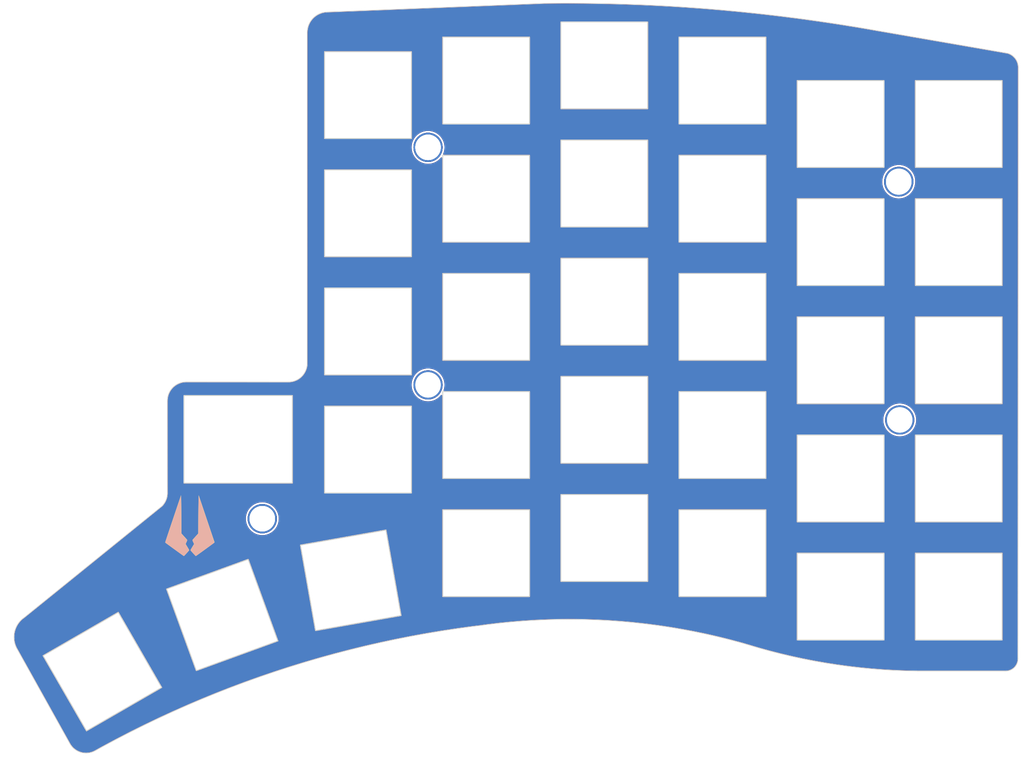
<source format=kicad_pcb>
(kicad_pcb (version 20221018) (generator pcbnew)
  (layers (0 "F.Cu" signal) (31 "B.Cu" signal) (34 "B.Paste" user) (35 "F.Paste" user) (36 "B.SilkS" user "B.Silkscreen") (37 "F.SilkS" user "F.Silkscreen") (38 "B.Mask" user) (39 "F.Mask" user) (44 "Edge.Cuts" user))
  (net 0 "")
  (footprint "" (layer "F.Cu") (at 99.242768 116.567265)
    (fp_text reference "" (at 0 0) (layer "F.SilkS") (effects (font (size 1.27 1.27))))
    (fp_text value "" (at 0 0) (layer "F.SilkS") (effects (font (size 1.27 1.27))))
    (pad "" thru_hole circle (at 0 0 180) (size 4.7 4.7) (drill 4.1) (layers "*.Cu" "*.Mask" "Dwgs.User") (clearance 0.3))
  )
  (footprint "SofleKeyboard-footprint:HOLE_M2_TH" (layer "F.Cu") (at 125.942768 56.767265)
    (fp_text reference "TH3" hide)
    (fp_text value "HOLE" hide)
    (pad "" thru_hole circle (at 0.025 -0.075 90) (size 4.7 4.7) (drill 4.1) (layers "*.Cu" "*.Mask" "Dwgs.User") (clearance 0.3))
  )
  (footprint "SofleKeyboard-footprint:HOLE_M2_TH" (layer "F.Cu") (at 202.192768 100.667265)
    (fp_text reference "TH6" hide)
    (fp_text value "HOLE" hide)
    (pad "" thru_hole circle (at -0.175 -0.025 90) (size 4.7 4.7) (drill 4.1) (layers "*.Cu" "*.Mask" "Dwgs.User") (clearance 0.3))
  )
  (footprint "" (layer "F.Cu") (at 125.967768 56.692265)
    (fp_text reference "" (at 0 0) (layer "F.SilkS") (effects (font (size 1.27 1.27))))
    (fp_text value "" (at 0 0) (layer "F.SilkS") (effects (font (size 1.27 1.27))))
    (pad "" thru_hole circle (at 0 0 90) (size 4.7 4.7) (drill 4.1) (layers "*.Cu" "*.Mask" "Dwgs.User") (clearance 0.3))
  )
  (footprint "LOGO" (layer "F.Cu") (at 87.565825 117.666597)
    (fp_text reference "G***" hide)
    (fp_text value "LOGO" hide)
    (fp_poly (pts (xy 2.695122 -1.12) (xy 2.873663 -0.590748) (xy 3.04505 -0.082729) (xy 3.207545 0.398902) (xy 3.359408 0.848993) (xy 3.498902 1.262391) (xy 3.624286 1.633942) (xy 3.733823 1.958493) (xy 3.825771 2.230892) (xy 3.898394 2.445984) (xy 3.949951 2.598618) (xy 3.978703 2.683639) (xy 3.984266 2.7) (xy 3.955038 2.728006) (xy 3.86858 2.797039) (xy 3.732626 2.901438) (xy 3.55491 3.035543) (xy 3.343166 3.193693) (xy 3.105129 3.370229) (xy 2.848533 3.55949) (xy 2.581112 3.755817) (xy 2.3106 3.953549) (xy 2.044732 4.147025) (xy 1.791241 4.330587) (xy 1.557863 4.498573) (xy 1.352331 4.645323) (xy 1.182379 4.765179) (xy 1.055742 4.852478) (xy 0.980154 4.901561) (xy 0.964918 4.909648) (xy 0.930936 4.884919) (xy 0.853397 4.810366) (xy 0.742001 4.695861) (xy 0.606449 4.551276) (xy 0.52 4.456881) (xy 0.376085 4.296775) (xy 0.253418 4.157148) (xy 0.16121 4.048736) (xy 0.108669 3.982278) (xy 0.1 3.967232) (xy 0.119588 3.924927) (xy 0.173385 3.827395) (xy 0.253937 3.687704) (xy 0.353792 3.518924) (xy 0.391653 3.455843) (xy 0.683306 2.971686) (xy 0.540907 2.659214) (xy 0.472887 2.507418) (xy 0.435367 2.409951) (xy 0.425177 2.348575) (xy 0.439149 2.30505) (xy 0.472138 2.263371) (xy 0.52432 2.204797) (xy 0.618472 2.0996) (xy 0.743065 1.960643) (xy 0.886573 1.800785) (xy 0.952883 1.726979) (xy 1.36 1.273959) (xy 1.365689 -0.613021) (xy 1.367501 -1.050653) (xy 1.370296 -1.510799) (xy 1.373917 -1.977428) (xy 1.378208 -2.43451) (xy 1.383014 -2.866015) (xy 1.388179 -3.255913) (xy 1.393547 -3.588172) (xy 1.395689 -3.7) (xy 1.42 -4.9)) (fill solid) (layer "F.SilkS"))
    (fp_poly (pts (xy -1.39569 -3.7) (xy -1.390286 -3.39498) (xy -1.385023 -3.025984) (xy -1.380058 -2.609034) (xy -1.375545 -2.160155) (xy -1.371641 -1.69537) (xy -1.368501 -1.230703) (xy -1.366281 -0.782176) (xy -1.36569 -0.612309) (xy -1.36 1.275383) (xy -0.95 1.72892) (xy -0.801352 1.893641) (xy -0.666939 2.043119) (xy -0.558199 2.164595) (xy -0.486569 2.245313) (xy -0.469438 2.264999) (xy -0.437017 2.308721) (xy -0.425705 2.354092) (xy -0.438817 2.41936) (xy -0.479665 2.522774) (xy -0.541091 2.659614) (xy -0.683307 2.971686) (xy -0.391654 3.455843) (xy -0.286836 3.631674) (xy -0.19873 3.782957) (xy -0.134788 3.896624) (xy -0.102465 3.959606) (xy -0.1 3.967232) (xy -0.125333 4.004719) (xy -0.19389 4.087708) (xy -0.294508 4.203875) (xy -0.416024 4.340897) (xy -0.547277 4.486449) (xy -0.677103 4.628208) (xy -0.794339 4.75385) (xy -0.887824 4.851052) (xy -0.946394 4.907489) (xy -0.96 4.916685) (xy -0.995552 4.893435) (xy -1.089258 4.827976) (xy -1.234495 4.725044) (xy -1.424637 4.589373) (xy -1.65306 4.425698) (xy -1.91314 4.238755) (xy -2.198253 4.033277) (xy -2.42 3.873128) (xy -2.72155 3.655169) (xy -3.004705 3.450535) (xy -3.262537 3.264228) (xy -3.48812 3.101255) (xy -3.674525 2.966619) (xy -3.814826 2.865324) (xy -3.902095 2.802376) (xy -3.927968 2.783773) (xy -3.937486 2.771073) (xy -3.941547 2.746884) (xy -3.938779 2.706856) (xy -3.92781 2.646639) (xy -3.907266 2.561885) (xy -3.875776 2.448244) (xy -3.831967 2.301367) (xy -3.774466 2.116904) (xy -3.701901 1.890505) (xy -3.612899 1.617823) (xy -3.506089 1.294506) (xy -3.380096 0.916206) (xy -3.23355 0.478573) (xy -3.065077 -0.022742) (xy -2.873305 -0.592088) (xy -2.707968 -1.082343) (xy -1.42 -4.9)) (fill solid) (layer "F.SilkS"))
  )
  (footprint "" (layer "F.Cu") (at 99.242768 116.567265)
    (fp_text reference "" (at 0 0) (layer "F.SilkS") (effects (font (size 1.27 1.27))))
    (fp_text value "" (at 0 0) (layer "F.SilkS") (effects (font (size 1.27 1.27))))
    (pad "" thru_hole circle (at 0 0 180) (size 4.7 4.7) (drill 4.1) (layers "*.Cu" "*.Mask" "Dwgs.User") (clearance 0.3))
  )
  (footprint "SofleKeyboard-footprint:HOLE_M2_TH" (layer "F.Cu") (at 99.242768 116.567265 90)
    (fp_text reference "TH7" hide)
    (fp_text value "HOLE" hide)
    (pad "" thru_hole circle (at 0 0 180) (size 4.7 4.7) (drill 4.1) (layers "*.Cu" "*.Mask" "Dwgs.User") (clearance 0.3))
  )
  (footprint "" (layer "F.Cu") (at 125.967768 94.992265)
    (fp_text reference "" (at 0 0) (layer "F.SilkS") (effects (font (size 1.27 1.27))))
    (fp_text value "" (at 0 0) (layer "F.SilkS") (effects (font (size 1.27 1.27))))
    (pad "" thru_hole circle (at 0 0 90) (size 4.7 4.7) (drill 4.1) (layers "*.Cu" "*.Mask" "Dwgs.User") (clearance 0.3))
  )
  (footprint "SofleKeyboard-footprint:HOLE_M2_TH" (layer "F.Cu") (at 125.942768 56.767265)
    (fp_text reference "TH3" hide)
    (fp_text value "HOLE" hide)
    (pad "" thru_hole circle (at 0.025 -0.075 90) (size 4.7 4.7) (drill 4.1) (layers "*.Cu" "*.Mask" "Dwgs.User") (clearance 0.3))
  )
  (footprint "" (layer "F.Cu") (at 201.866904 62.179465)
    (fp_text reference "" (at 0 0) (layer "F.SilkS") (effects (font (size 1.27 1.27))))
    (fp_text value "" (at 0 0) (layer "F.SilkS") (effects (font (size 1.27 1.27))))
    (pad "" thru_hole circle (at 0 0 90) (size 4.7 4.7) (drill 4.1) (layers "*.Cu" "*.Mask" "Dwgs.User") (clearance 0.3))
  )
  (footprint "SofleKeyboard-footprint:HOLE_M2_TH" (layer "F.Cu") (at 202.078077 62.552855)
    (fp_text reference "TH4" hide)
    (fp_text value "HOLE" hide)
    (pad "" thru_hole circle (at -0.225 -0.275 90) (size 4.7 4.7) (drill 4.1) (layers "*.Cu" "*.Mask" "Dwgs.User") (clearance 0.3))
  )
  (footprint "SofleKeyboard-footprint:HOLE_M2_TH" (layer "F.Cu") (at 202.091904 62.454465)
    (fp_text reference "TH4" hide)
    (fp_text value "HOLE" hide)
    (pad "" thru_hole circle (at -0.225 -0.275 90) (size 4.7 4.7) (drill 4.1) (layers "*.Cu" "*.Mask" "Dwgs.User") (clearance 0.3))
  )
  (footprint "SofleKeyboard-footprint:HOLE_M2_TH" (layer "F.Cu") (at 125.992768 95.067265)
    (fp_text reference "TH5" hide)
    (fp_text value "HOLE" hide)
    (pad "" thru_hole circle (at -0.025 -0.075 90) (size 4.7 4.7) (drill 4.1) (layers "*.Cu" "*.Mask" "Dwgs.User") (clearance 0.3))
  )
  (footprint "SofleKeyboard-footprint:HOLE_M2_TH" (layer "F.Cu") (at 99.242768 116.567265 90)
    (fp_text reference "TH7" hide)
    (fp_text value "HOLE" hide)
    (pad "" thru_hole circle (at 0 0 180) (size 4.7 4.7) (drill 4.1) (layers "*.Cu" "*.Mask" "Dwgs.User") (clearance 0.3))
  )
  (footprint "" (layer "F.Cu") (at 202.017768 100.642265)
    (fp_text reference "" (at 0 0) (layer "F.SilkS") (effects (font (size 1.27 1.27))))
    (fp_text value "" (at 0 0) (layer "F.SilkS") (effects (font (size 1.27 1.27))))
    (pad "" thru_hole circle (at 0 0 90) (size 4.7 4.7) (drill 4.1) (layers "*.Cu" "*.Mask" "Dwgs.User") (clearance 0.3))
  )
  (footprint "" (layer "F.Cu") (at 201.853077 62.277855)
    (fp_text reference "" (at 0 0) (layer "F.SilkS") (effects (font (size 1.27 1.27))))
    (fp_text value "" (at 0 0) (layer "F.SilkS") (effects (font (size 1.27 1.27))))
    (pad "" thru_hole circle (at 0 0 90) (size 4.7 4.7) (drill 4.1) (layers "*.Cu" "*.Mask" "Dwgs.User") (clearance 0.3))
  )
  (footprint "" (layer "F.Cu") (at 125.967768 56.692265)
    (fp_text reference "" (at 0 0) (layer "F.SilkS") (effects (font (size 1.27 1.27))))
    (fp_text value "" (at 0 0) (layer "F.SilkS") (effects (font (size 1.27 1.27))))
    (pad "" thru_hole circle (at 0 0 90) (size 4.7 4.7) (drill 4.1) (layers "*.Cu" "*.Mask" "Dwgs.User") (clearance 0.3))
  )
  (footprint "LOGO" (layer "B.Cu") (at 87.558212 117.682668 180)
    (fp_text reference "G***" hide)
    (fp_text value "LOGO" hide)
    (fp_poly (pts (xy 2.695122 1.12) (xy 2.873663 0.590748) (xy 3.04505 0.082729) (xy 3.207545 -0.398902) (xy 3.359408 -0.848993) (xy 3.498902 -1.262391) (xy 3.624286 -1.633942) (xy 3.733823 -1.958493) (xy 3.825771 -2.230892) (xy 3.898394 -2.445984) (xy 3.949951 -2.598618) (xy 3.978703 -2.683639) (xy 3.984266 -2.7) (xy 3.955038 -2.728006) (xy 3.86858 -2.797039) (xy 3.732626 -2.901438) (xy 3.55491 -3.035543) (xy 3.343166 -3.193693) (xy 3.105129 -3.370229) (xy 2.848533 -3.55949) (xy 2.581112 -3.755817) (xy 2.3106 -3.953549) (xy 2.044732 -4.147025) (xy 1.791241 -4.330587) (xy 1.557863 -4.498573) (xy 1.352331 -4.645323) (xy 1.182379 -4.765179) (xy 1.055742 -4.852478) (xy 0.980154 -4.901561) (xy 0.964918 -4.909648) (xy 0.930936 -4.884919) (xy 0.853397 -4.810366) (xy 0.742001 -4.695861) (xy 0.606449 -4.551276) (xy 0.52 -4.456881) (xy 0.376085 -4.296775) (xy 0.253418 -4.157148) (xy 0.16121 -4.048736) (xy 0.108669 -3.982278) (xy 0.1 -3.967232) (xy 0.119588 -3.924927) (xy 0.173385 -3.827395) (xy 0.253937 -3.687704) (xy 0.353792 -3.518924) (xy 0.391653 -3.455843) (xy 0.683306 -2.971686) (xy 0.540907 -2.659214) (xy 0.472887 -2.507418) (xy 0.435367 -2.409951) (xy 0.425177 -2.348575) (xy 0.439149 -2.30505) (xy 0.472138 -2.263371) (xy 0.52432 -2.204797) (xy 0.618472 -2.0996) (xy 0.743065 -1.960643) (xy 0.886573 -1.800785) (xy 0.952883 -1.726979) (xy 1.36 -1.273959) (xy 1.365689 0.613021) (xy 1.367501 1.050653) (xy 1.370296 1.510799) (xy 1.373917 1.977428) (xy 1.378208 2.43451) (xy 1.383014 2.866015) (xy 1.388179 3.255913) (xy 1.393547 3.588172) (xy 1.395689 3.7) (xy 1.42 4.9)) (fill solid) (layer "B.SilkS"))
    (fp_poly (pts (xy -1.39569 3.7) (xy -1.390286 3.39498) (xy -1.385023 3.025984) (xy -1.380058 2.609034) (xy -1.375545 2.160155) (xy -1.371641 1.69537) (xy -1.368501 1.230703) (xy -1.366281 0.782176) (xy -1.36569 0.612309) (xy -1.36 -1.275383) (xy -0.95 -1.72892) (xy -0.801352 -1.893641) (xy -0.666939 -2.043119) (xy -0.558199 -2.164595) (xy -0.486569 -2.245313) (xy -0.469438 -2.264999) (xy -0.437017 -2.308721) (xy -0.425705 -2.354092) (xy -0.438817 -2.41936) (xy -0.479665 -2.522774) (xy -0.541091 -2.659614) (xy -0.683307 -2.971686) (xy -0.391654 -3.455843) (xy -0.286836 -3.631674) (xy -0.19873 -3.782957) (xy -0.134788 -3.896624) (xy -0.102465 -3.959606) (xy -0.1 -3.967232) (xy -0.125333 -4.004719) (xy -0.19389 -4.087708) (xy -0.294508 -4.203875) (xy -0.416024 -4.340897) (xy -0.547277 -4.486449) (xy -0.677103 -4.628208) (xy -0.794339 -4.75385) (xy -0.887824 -4.851052) (xy -0.946394 -4.907489) (xy -0.96 -4.916685) (xy -0.995552 -4.893435) (xy -1.089258 -4.827976) (xy -1.234495 -4.725044) (xy -1.424637 -4.589373) (xy -1.65306 -4.425698) (xy -1.91314 -4.238755) (xy -2.198253 -4.033277) (xy -2.42 -3.873128) (xy -2.72155 -3.655169) (xy -3.004705 -3.450535) (xy -3.262537 -3.264228) (xy -3.48812 -3.101255) (xy -3.674525 -2.966619) (xy -3.814826 -2.865324) (xy -3.902095 -2.802376) (xy -3.927968 -2.783773) (xy -3.937486 -2.771073) (xy -3.941547 -2.746884) (xy -3.938779 -2.706856) (xy -3.92781 -2.646639) (xy -3.907266 -2.561885) (xy -3.875776 -2.448244) (xy -3.831967 -2.301367) (xy -3.774466 -2.116904) (xy -3.701901 -1.890505) (xy -3.612899 -1.617823) (xy -3.506089 -1.294506) (xy -3.380096 -0.916206) (xy -3.23355 -0.478573) (xy -3.065077 0.022742) (xy -2.873305 0.592088) (xy -2.707968 1.082343) (xy -1.42 4.9)) (fill solid) (layer "B.SilkS"))
  )
  (gr_arc (start 72.355459 153.943446) (mid 102.444087 140.8511) (end 134.487067 133.781271) (stroke (width 0.1)) (layer "Edge.Cuts"))
  (gr_line (start 218.941007 141.12937) (end 204.914393 141.12937) (stroke (width 0.1)) (layer "Edge.Cuts"))
  (gr_arc (start 144.637779 33.473475) (mid 171.819883 34.417055) (end 198.788663 37.944384) (stroke (width 0.1)) (layer "Edge.Cuts"))
  (gr_arc (start 106.476213 91.501434) (mid 105.593565 93.632338) (end 103.462661 94.514986) (stroke (width 0.1)) (layer "Edge.Cuts"))
  (gr_rect (start 128.338553 38.923258) (end 142.338553 52.923258) (stroke (width 0.15)) (fill none) (layer "Edge.Cuts"))
  (gr_rect (start 204.537276 103.073821) (end 218.537276 117.073821) (stroke (width 0.15)) (fill none) (layer "Edge.Cuts"))
  (gr_rect (start 147.387137 74.573796) (end 161.387137 88.573796) (stroke (width 0.15)) (fill none) (layer "Edge.Cuts"))
  (gr_arc (start 106.481583 38.195164) (mid 107.457018 35.840267) (end 109.811915 34.864832) (stroke (width 0.1)) (layer "Edge.Cuts"))
  (gr_rect (start 147.387137 55.523796) (end 161.387137 69.523796) (stroke (width 0.15)) (fill none) (layer "Edge.Cuts"))
  (gr_rect (start 128.338553 115.123258) (end 142.338553 129.123258) (stroke (width 0.15)) (fill none) (layer "Edge.Cuts"))
  (gr_rect (start 147.387137 112.673796) (end 161.387137 126.673796) (stroke (width 0.15)) (fill none) (layer "Edge.Cuts"))
  (gr_rect (start 128.3386 57.97326) (end 142.3371 71.972413) (stroke (width 0.15)) (fill none) (layer "Edge.Cuts"))
  (gr_poly (pts (xy 101.759707 136.270711) (xy 88.60401 141.058993) (xy 83.815728 127.903296) (xy 96.971425 123.115014)) (stroke (width 0.15)) (fill none) (layer "Edge.Cuts"))
  (gr_line (start 144.637779 33.473475) (end 109.811915 34.864832) (stroke (width 0.1)) (layer "Edge.Cuts"))
  (gr_rect (start 166.437251 77.02334) (end 180.437251 91.02334) (stroke (width 0.15)) (fill none) (layer "Edge.Cuts"))
  (gr_rect (start 185.488413 84.023532) (end 199.488413 98.023532) (stroke (width 0.15)) (fill none) (layer "Edge.Cuts"))
  (gr_rect (start 204.537276 84.023821) (end 218.537276 98.023821) (stroke (width 0.15)) (fill none) (layer "Edge.Cuts"))
  (gr_line (start 86.994087 94.505931) (end 103.462661 94.514986) (stroke (width 0.1)) (layer "Edge.Cuts"))
  (gr_rect (start 166.437251 96.07334) (end 180.437251 110.07334) (stroke (width 0.15)) (fill none) (layer "Edge.Cuts"))
  (gr_rect (start 109.28783 41.272809) (end 123.28783 55.272809) (stroke (width 0.15)) (fill none) (layer "Edge.Cuts"))
  (gr_rect (start 109.287974 60.323464) (end 123.287974 74.323464) (stroke (width 0.15)) (fill none) (layer "Edge.Cuts"))
  (gr_rect (start 128.338553 77.023258) (end 142.338553 91.023258) (stroke (width 0.15)) (fill none) (layer "Edge.Cuts"))
  (gr_rect (start 185.488413 103.073532) (end 199.488413 117.073532) (stroke (width 0.15)) (fill none) (layer "Edge.Cuts"))
  (gr_rect (start 204.537276 122.123821) (end 218.537276 136.123821) (stroke (width 0.15)) (fill none) (layer "Edge.Cuts"))
  (gr_rect (start 109.287974 98.423464) (end 123.287974 112.423464) (stroke (width 0.15)) (fill none) (layer "Edge.Cuts"))
  (gr_rect (start 86.614786 96.702281) (end 104.093837 110.831688) (stroke (width 0.15)) (fill none) (layer "Edge.Cuts"))
  (gr_poly (pts (xy 121.616161 132.17747) (xy 107.828852 134.608544) (xy 105.397778 120.821236) (xy 119.185087 118.390161)) (stroke (width 0.15)) (fill none) (layer "Edge.Cuts"))
  (gr_rect (start 185.488413 45.923532) (end 199.488413 59.923532) (stroke (width 0.15)) (fill none) (layer "Edge.Cuts"))
  (gr_rect (start 128.338553 96.073258) (end 142.338553 110.073258) (stroke (width 0.15)) (fill none) (layer "Edge.Cuts"))
  (gr_rect (start 166.437251 115.12334) (end 180.437251 129.12334) (stroke (width 0.15)) (fill none) (layer "Edge.Cuts"))
  (gr_rect (start 204.537276 64.973821) (end 218.537276 78.973821) (stroke (width 0.15)) (fill none) (layer "Edge.Cuts"))
  (gr_line (start 83.937779 112.423475) (end 83.931215 97.568803) (stroke (width 0.1)) (layer "Edge.Cuts"))
  (gr_rect (start 185.488413 122.123532) (end 199.488413 136.123532) (stroke (width 0.15)) (fill none) (layer "Edge.Cuts"))
  (gr_arc (start 59.629037 137.412201) (mid 59.322054 134.711678) (end 60.879037 132.483929) (stroke (width 0.1)) (layer "Edge.Cuts"))
  (gr_rect (start 166.437251 57.97334) (end 180.437251 71.97334) (stroke (width 0.15)) (fill none) (layer "Edge.Cuts"))
  (gr_rect (start 185.488413 64.973532) (end 199.488413 78.973532) (stroke (width 0.15)) (fill none) (layer "Edge.Cuts"))
  (gr_arc (start 134.487067 133.78127) (mid 156.123873 133.057696) (end 177.437779 136.851423) (stroke (width 0.1)) (layer "Edge.Cuts"))
  (gr_arc (start 83.937779 112.423475) (mid 83.70942 113.571526) (end 83.059099 114.544795) (stroke (width 0.1)) (layer "Edge.Cuts"))
  (gr_rect (start 109.287974 79.373464) (end 123.287974 93.373464) (stroke (width 0.15)) (fill none) (layer "Edge.Cuts"))
  (gr_line (start 60.879037 132.483929) (end 83.059099 114.544795) (stroke (width 0.1)) (layer "Edge.Cuts"))
  (gr_rect (start 204.537276 45.923821) (end 218.537276 59.923821) (stroke (width 0.15)) (fill none) (layer "Edge.Cuts"))
  (gr_rect (start 147.387137 36.473796) (end 161.387137 50.473796) (stroke (width 0.15)) (fill none) (layer "Edge.Cuts"))
  (gr_line (start 68.183866 152.761346) (end 59.629037 137.412201) (stroke (width 0.1)) (layer "Edge.Cuts"))
  (gr_line (start 221.137779 43.823475) (end 221.087779 139.073475) (stroke (width 0.1)) (layer "Edge.Cuts"))
  (gr_line (start 219.437779 41.523475) (end 198.788663 37.944384) (stroke (width 0.1)) (layer "Edge.Cuts"))
  (gr_arc (start 221.087779 139.073475) (mid 220.471504 140.578739) (end 218.941007 141.12937) (stroke (width 0.1)) (layer "Edge.Cuts"))
  (gr_poly (pts (xy 83.023807 143.777759) (xy 70.899451 150.777759) (xy 63.899451 138.653403) (xy 76.023807 131.653403)) (stroke (width 0.15)) (fill none) (layer "Edge.Cuts"))
  (gr_line (start 106.476213 91.501434) (end 106.481583 38.195164) (stroke (width 0.1)) (layer "Edge.Cuts"))
  (gr_rect (start 166.437251 38.92334) (end 180.437251 52.92334) (stroke (width 0.15)) (fill none) (layer "Edge.Cuts"))
  (gr_arc (start 219.437779 41.523475) (mid 220.666647 42.393442) (end 221.137779 43.823475) (stroke (width 0.1)) (layer "Edge.Cuts"))
  (gr_arc (start 83.931215 97.568803) (mid 84.828311 95.403027) (end 86.994087 94.505931) (stroke (width 0.1)) (layer "Edge.Cuts"))
  (gr_rect (start 147.387137 93.623796) (end 161.387137 107.623796) (stroke (width 0.15)) (fill none) (layer "Edge.Cuts"))
  (gr_arc (start 72.35546 153.943447) (mid 70.016763 154.244874) (end 68.183866 152.761346) (stroke (width 0.1)) (layer "Edge.Cuts"))
  (gr_arc (start 204.914393 141.12937) (mid 191.021108 139.985795) (end 177.437779 136.851423) (stroke (width 0.1)) (layer "Edge.Cuts"))
  (zone (net 0) (net_name "") (layer "F.Cu") (connect_pads (clearance 0.508)) (min_thickness 0.254) (fill yes (thermal_gap 0.508) (thermal_bridge_width 0.508) (smoothing chamfer))
    (polygon (pts (xy 56.999743 134.66081) (xy 69.062389 156.646168) (xy 82.630138 149.028164) (xy 98.050822 142.990002) (xy 135.375039 134.124702) (xy 163.66559 134.318044) (xy 190.18707 141.456779) (xy 222.071296 141.874239) (xy 221.640054 120.228658) (xy 221.817744 41.064895) (xy 194.773166 36.49575) (xy 167.982376 33.168241) (xy 144.333069 32.947781) (xy 105.682951 34.319443) (xy 105.863473 92.004818) (xy 104.187367 93.907502) (xy 83.274856 93.980355) (xy 83.108206 113.593847)))
  )
  (zone (net 0) (net_name "") (layer "B.Cu") (connect_pads (clearance 0.508)) (min_thickness 0.254) (fill yes (thermal_gap 0.508) (thermal_bridge_width 0.508))
    (polygon (pts (xy 56.954128 134.665966) (xy 69.183718 156.586929) (xy 82.768946 149.029965) (xy 98.06545 142.871507) (xy 135.436942 134.060256) (xy 163.674602 134.319846) (xy 190.268191 141.473002) (xy 222.071296 141.912697) (xy 221.690072 120.130676) (xy 221.822839 41.040383) (xy 194.88313 36.511973) (xy 168.058795 33.166142) (xy 144.115141 32.934961) (xy 105.657313 34.306624) (xy 105.922962 92.037266) (xy 104.235625 93.984194) (xy 83.287676 94.005993) (xy 83.091113 113.559663)))
  )
)
</source>
